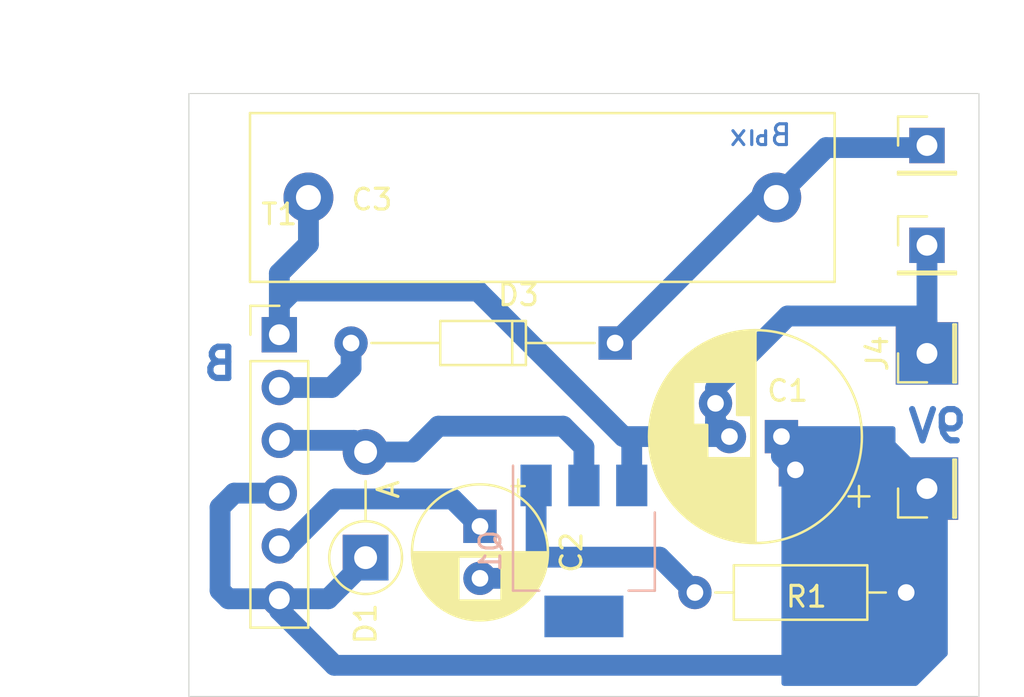
<source format=kicad_pcb>
(kicad_pcb (version 20211014) (generator pcbnew)
  (layers (0 "F.Cu" signal) (31 "B.Cu" signal) (34 "B.Paste" user) (35 "F.Paste" user) (36 "B.SilkS" user "B.Silkscreen") (37 "F.SilkS" user "F.Silkscreen") (38 "B.Mask" user) (39 "F.Mask" user) (44 "Edge.Cuts" user))
  (net 0 "")
  (net 1 "+9V")
  (net 2 "Earth")
  (net 3 "Net-(C2-Pad2)")
  (net 4 "Net-(C2-Pad1)")
  (net 5 "Net-(C3-Pad2)")
  (net 6 "Net-(D1-Pad2)")
  (net 7 "Net-(D3-Pad2)")
  (footprint "Capacitor_THT:CP_Radial_D10.0mm_P2.50mm_P5.00mm" (layer "F.Cu") (at 81.5 53.5 180)
    (fp_text reference "C1" (at -0.3 2.2) (layer "F.SilkS"))
    (fp_text value "200uf 10v")
    (fp_line (start 3.331 -4.639) (end 3.331 -1.04) (layer "F.SilkS") (width 0.12))
    (fp_line (start 1.81 1.04) (end 1.81 5.05) (layer "F.SilkS") (width 0.12))
    (fp_line (start 4.971 -3.478) (end 4.971 3.478) (layer "F.SilkS") (width 0.12))
    (fp_line (start 5.971 -1.944) (end 5.971 1.944) (layer "F.SilkS") (width 0.12))
    (fp_line (start 2.211 2.64) (end 2.211 4.99) (layer "F.SilkS") (width 0.12))
    (fp_line (start 6.011 -1.846) (end 6.011 1.846) (layer "F.SilkS") (width 0.12))
    (fp_line (start 3.571 -4.525) (end 3.571 0.56) (layer "F.SilkS") (width 0.12))
    (fp_line (start 4.811 -3.64) (end 4.811 3.64) (layer "F.SilkS") (width 0.12))
    (fp_line (start 2.211 -4.99) (end 2.211 -1.04) (layer "F.SilkS") (width 0.12))
    (fp_line (start 1.49 -5.075) (end 1.49 -1.04) (layer "F.SilkS") (width 0.12))
    (fp_line (start 2.571 -4.907) (end 2.571 -1.04) (layer "F.SilkS") (width 0.12))
    (fp_line (start 4.131 -4.194) (end 4.131 0.56) (layer "F.SilkS") (width 0.12))
    (fp_line (start 6.251 -1.062) (end 6.251 1.062) (layer "F.SilkS") (width 0.12))
    (fp_line (start 2.531 -4.918) (end 2.531 -1.04) (layer "F.SilkS") (width 0.12))
    (fp_line (start 3.771 -4.417) (end 3.771 0.56) (layer "F.SilkS") (width 0.12))
    (fp_line (start 5.131 -3.301) (end 5.131 3.301) (layer "F.SilkS") (width 0.12))
    (fp_line (start 2.611 -4.897) (end 2.611 -1.04) (layer "F.SilkS") (width 0.12))
    (fp_line (start 3.611 -4.504) (end 3.611 0.56) (layer "F.SilkS") (width 0.12))
    (fp_line (start 1.77 -5.054) (end 1.77 -1.04) (layer "F.SilkS") (width 0.12))
    (fp_line (start 2.411 -4.947) (end 2.411 -1.04) (layer "F.SilkS") (width 0.12))
    (fp_line (start 4.411 -3.989) (end 4.411 3.989) (layer "F.SilkS") (width 0.12))
    (fp_line (start 3.851 -4.371) (end 3.851 0.56) (layer "F.SilkS") (width 0.12))
    (fp_line (start 1.85 1.04) (end 1.85 5.045) (layer "F.SilkS") (width 0.12))
    (fp_line (start 6.091 -1.63) (end 6.091 1.63) (layer "F.SilkS") (width 0.12))
    (fp_line (start 2.051 1.04) (end 2.051 5.018) (layer "F.SilkS") (width 0.12))
    (fp_line (start 2.811 2.64) (end 2.811 4.837) (layer "F.SilkS") (width 0.12))
    (fp_line (start 5.811 -2.289) (end 5.811 2.289) (layer "F.SilkS") (width 0.12))
    (fp_line (start 5.691 -2.51) (end 5.691 2.51) (layer "F.SilkS") (width 0.12))
    (fp_line (start 6.051 -1.742) (end 6.051 1.742) (layer "F.SilkS") (width 0.12))
    (fp_line (start 2.131 -5.004) (end 2.131 -1.04) (layer "F.SilkS") (width 0.12))
    (fp_line (start 5.331 -3.054) (end 5.331 3.054) (layer "F.SilkS") (width 0.12))
    (fp_line (start 4.211 -4.138) (end 4.211 0.56) (layer "F.SilkS") (width 0.12))
    (fp_line (start 1.45 -5.077) (end 1.45 5.077) (layer "F.SilkS") (width 0.12))
    (fp_line (start 4.891 -3.561) (end 4.891 3.561) (layer "F.SilkS") (width 0.12))
    (fp_line (start 3.971 -4.298) (end 3.971 0.56) (layer "F.SilkS") (width 0.12))
    (fp_line (start 3.931 2.64) (end 3.931 4.323) (layer "F.SilkS") (width 0.12))
    (fp_line (start 2.531 2.64) (end 2.531 4.918) (layer "F.SilkS") (width 0.12))
    (fp_line (start 3.731 -4.44) (end 3.731 0.56) (layer "F.SilkS") (width 0.12))
    (fp_line (start 2.651 2.64) (end 2.651 4.885) (layer "F.SilkS") (width 0.12))
    (fp_line (start 5.851 -2.209) (end 5.851 2.209) (layer "F.SilkS") (width 0.12))
    (fp_line (start 2.651 -4.885) (end 2.651 -1.04) (layer "F.SilkS") (width 0.12))
    (fp_line (start 1.89 1.04) (end 1.89 5.04) (layer "F.SilkS") (width 0.12))
    (fp_line (start 1.53 1.04) (end 1.53 5.073) (layer "F.SilkS") (width 0.12))
    (fp_line (start 4.051 -4.247) (end 4.051 0.56) (layer "F.SilkS") (width 0.12))
    (fp_line (start 1.77 1.04) (end 1.77 5.054) (layer "F.SilkS") (width 0.12))
    (fp_line (start 3.211 -4.69) (end 3.211 -1.04) (layer "F.SilkS") (width 0.12))
    (fp_line (start 2.411 2.64) (end 2.411 4.947) (layer "F.SilkS") (width 0.12))
    (fp_line (start 1.53 -5.073) (end 1.53 -1.04) (layer "F.SilkS") (width 0.12))
    (fp_line (start 1.57 -5.07) (end 1.57 -1.04) (layer "F.SilkS") (width 0.12))
    (fp_line (start 6.211 -1.23) (end 6.211 1.23) (layer "F.SilkS") (width 0.12))
    (fp_line (start 3.451 -4.584) (end 3.451 -1.04) (layer "F.SilkS") (width 0.12))
    (fp_line (start 2.051 -5.018) (end 2.051 -1.04) (layer "F.SilkS") (width 0.12))
    (fp_line (start 3.171 -4.707) (end 3.171 -1.04) (layer "F.SilkS") (width 0.12))
    (fp_line (start 3.731 2.64) (end 3.731 4.44) (layer "F.SilkS") (width 0.12))
    (fp_line (start 3.331 2.64) (end 3.331 4.639) (layer "F.SilkS") (width 0.12))
    (fp_line (start 4.731 -3.716) (end 4.731 3.716) (layer "F.SilkS") (width 0.12))
    (fp_line (start 6.331 -0.599) (end 6.331 0.599) (layer "F.SilkS") (width 0.12))
    (fp_line (start 4.171 2.64) (end 4.171 4.166) (layer "F.SilkS") (width 0.12))
    (fp_line (start 3.251 -4.674) (end 3.251 -1.04) (layer "F.SilkS") (width 0.12))
    (fp_line (start 4.451 -3.957) (end 4.451 3.957) (layer "F.SilkS") (width 0.12))
    (fp_line (start 5.491 -2.83) (end 5.491 2.83) (layer "F.SilkS") (width 0.12))
    (fp_line (start 1.49 1.04) (end 1.49 5.075) (layer "F.SilkS") (width 0.12))
    (fp_line (start 2.891 2.64) (end 2.891 4.811) (layer "F.SilkS") (width 0.12))
    (fp_line (start 4.051 2.64) (end 4.051 4.247) (layer "F.SilkS") (width 0.12))
    (fp_line (start 4.651 -3.789) (end 4.651 3.789) (layer "F.SilkS") (width 0.12))
    (fp_line (start 5.091 -3.347) (end 5.091 3.347) (layer "F.SilkS") (width 0.12))
    (fp_line (start 2.331 2.64) (end 2.331 4.965) (layer "F.SilkS") (width 0.12))
    (fp_line (start 5.891 -2.125) (end 5.891 2.125) (layer "F.SilkS") (width 0.12))
    (fp_line (start 4.171 -4.166) (end 4.171 0.56) (layer "F.SilkS") (width 0.12))
    (fp_line (start 4.531 -3.892) (end 4.531 3.892) (layer "F.SilkS") (width 0.12))
    (fp_line (start 2.571 2.64) (end 2.571 4.907) (layer "F.SilkS") (width 0.12))
    (fp_line (start 5.011 -3.436) (end 5.011 3.436) (layer "F.SilkS") (width 0.12))
    (fp_line (start 2.931 -4.797) (end 2.931 -1.04) (layer "F.SilkS") (width 0.12))
    (fp_line (start 2.451 2.64) (end 2.451 4.938) (layer "F.SilkS") (width 0.12))
    (fp_line (start 3.851 2.64) (end 3.851 4.371) (layer "F.SilkS") (width 0.12))
    (fp_line (start 3.691 2.64) (end 3.691 4.462) (layer "F.SilkS") (width 0.12))
    (fp_line (start 2.091 1.04) (end 2.091 5.011) (layer "F.SilkS") (width 0.12))
    (fp_line (start 2.091 -5.011) (end 2.091 -1.04) (layer "F.SilkS") (width 0.12))
    (fp_line (start 2.691 -4.874) (end 2.691 -1.04) (layer "F.SilkS") (width 0.12))
    (fp_line (start 5.291 -3.106) (end 5.291 3.106) (layer "F.SilkS") (width 0.12))
    (fp_line (start 1.85 -5.045) (end 1.85 -1.04) (layer "F.SilkS") (width 0.12))
    (fp_line (start 3.571 2.64) (end 3.571 4.525) (layer "F.SilkS") (width 0.12))
    (fp_line (start 2.291 2.64) (end 2.291 4.974) (layer "F.SilkS") (width 0.12))
    (fp_line (start 2.851 2.64) (end 2.851 4.824) (layer "F.SilkS") (width 0.12))
    (fp_line (start 2.331 -4.965) (end 2.331 -1.04) (layer "F.SilkS") (width 0.12))
    (fp_line (start 3.211 2.64) (end 3.211 4.69) (layer "F.SilkS") (width 0.12))
    (fp_line (start 4.331 -4.05) (end 4.331 4.05) (layer "F.SilkS") (width 0.12))
    (fp_line (start 2.131 1.04) (end 2.131 5.004) (layer "F.SilkS") (width 0.12))
    (fp_line (start 5.611 -2.645) (end 5.611 2.645) (layer "F.SilkS") (width 0.12))
    (fp_line (start 3.051 2.64) (end 3.051 4.754) (layer "F.SilkS") (width 0.12))
    (fp_line (start 4.011 2.64) (end 4.011 4.273) (layer "F.SilkS") (width 0.12))
    (fp_line (start 5.211 -3.206) (end 5.211 3.206) (layer "F.SilkS") (width 0.12))
    (fp_line (start 1.69 1.04) (end 1.69 5.062) (layer "F.SilkS") (width 0.12))
    (fp_line (start 3.291 -4.657) (end 3.291 -1.04) (layer "F.SilkS") (width 0.12))
    (fp_line (start 3.651 2.64) (end 3.651 4.483) (layer "F.SilkS") (width 0.12))
    (fp_line (start 2.251 2.64) (end 2.251 4.982) (layer "F.SilkS") (width 0.12))
    (fp_line (start 4.851 -3.601) (end 4.851 3.601) (layer "F.SilkS") (width 0.12))
    (fp_line (start 4.571 -3.858) (end 4.571 3.858) (layer "F.SilkS") (width 0.12))
    (fp_line (start 3.651 -4.483) (end 3.651 0.56) (layer "F.SilkS") (width 0.12))
    (fp_line (start 4.131 2.64) (end 4.131 4.194) (layer "F.SilkS") (width 0.12))
    (fp_line (start 4.211 2.64) (end 4.211 4.138) (layer "F.SilkS") (width 0.12))
    (fp_line (start 3.131 -4.723) (end 3.131 -1.04) (layer "F.SilkS") (width 0.12))
    (fp_line (start 3.411 2.64) (end 3.411 4.603) (layer "F.SilkS") (width 0.12))
    (fp_line (start 3.971 2.64) (end 3.971 4.298) (layer "F.SilkS") (width 0.12))
    (fp_line (start -4.229646 -2.875) (end -3.229646 -2.875) (layer "F.SilkS") (width 0.12))
    (fp_line (start 4.091 -4.221) (end 4.091 0.56) (layer "F.SilkS") (width 0.12))
    (fp_line (start 3.811 -4.395) (end 3.811 0.56) (layer "F.SilkS") (width 0.12))
    (fp_line (start 5.771 -2.365) (end 5.771 2.365) (layer "F.SilkS") (width 0.12))
    (fp_line (start 3.771 2.64) (end 3.771 4.417) (layer "F.SilkS") (width 0.12))
    (fp_line (start 1.25 -5.08) (end 1.25 5.08) (layer "F.SilkS") (width 0.12))
    (fp_line (start 3.931 -4.323) (end 3.931 0.56) (layer "F.SilkS") (width 0.12))
    (fp_line (start 4.251 -4.11) (end 4.251 4.11) (layer "F.SilkS") (width 0.12))
    (fp_line (start 2.371 2.64) (end 2.371 4.956) (layer "F.SilkS") (width 0.12))
    (fp_line (start 2.811 -4.837) (end 2.811 -1.04) (layer "F.SilkS") (width 0.12))
    (fp_line (start 1.61 1.04) (end 1.61 5.068) (layer "F.SilkS") (width 0.12))
    (fp_line (start 5.731 -2.439) (end 5.731 2.439) (layer "F.SilkS") (width 0.12))
    (fp_line (start 2.491 2.64) (end 2.491 4.928) (layer "F.SilkS") (width 0.12))
    (fp_line (start 2.171 -4.997) (end 2.171 -1.04) (layer "F.SilkS") (width 0.12))
    (fp_line (start 2.611 2.64) (end 2.611 4.897) (layer "F.SilkS") (width 0.12))
    (fp_line (start 2.011 -5.024) (end 2.011 -1.04) (layer "F.SilkS") (width 0.12))
    (fp_line (start 4.611 -3.824) (end 4.611 3.824) (layer "F.SilkS") (width 0.12))
    (fp_line (start 4.291 -4.08) (end 4.291 4.08) (layer "F.SilkS") (width 0.12))
    (fp_line (start 1.73 1.04) (end 1.73 5.058) (layer "F.SilkS") (width 0.12))
    (fp_line (start 3.011 -4.768) (end 3.011 -1.04) (layer "F.SilkS") (width 0.12))
    (fp_line (start 3.371 -4.621) (end 3.371 -1.04) (layer "F.SilkS") (width 0.12))
    (fp_line (start 3.291 2.64) (end 3.291 4.657) (layer "F.SilkS") (width 0.12))
    (fp_line (start 3.371 2.64) (end 3.371 4.621) (layer "F.SilkS") (width 0.12))
    (fp_line (start 1.57 1.04) (end 1.57 5.07) (layer "F.SilkS") (width 0.12))
    (fp_line (start 5.371 -3) (end 5.371 3) (layer "F.SilkS") (width 0.12))
    (fp_line (start 1.65 1.04) (end 1.65 5.065) (layer "F.SilkS") (width 0.12))
    (fp_line (start 4.691 -3.753) (end 4.691 3.753) (layer "F.SilkS") (width 0.12))
    (fp_line (start 1.65 -5.065) (end 1.65 -1.04) (layer "F.SilkS") (width 0.12))
    (fp_line (start 3.051 -4.754) (end 3.051 -1.04) (layer "F.SilkS") (width 0.12))
    (fp_line (start 2.971 -4.783) (end 2.971 -1.04) (layer "F.SilkS") (width 0.12))
    (fp_line (start 3.411 -4.603) (end 3.411 -1.04) (layer "F.SilkS") (width 0.12))
    (fp_line (start -3.729646 -3.375) (end -3.729646 -2.375) (layer "F.SilkS") (width 0.12))
    (fp_line (start 3.491 -4.564) (end 3.491 -1.04) (layer "F.SilkS") (width 0.12))
    (fp_line (start 5.171 -3.254) (end 5.171 3.254) (layer "F.SilkS") (width 0.12))
    (fp_line (start 1.69 -5.062) (end 1.69 -1.04) (layer "F.SilkS") (width 0.12))
    (fp_line (start 3.011 2.64) (end 3.011 4.768) (layer "F.SilkS") (width 0.12))
    (fp_line (start 5.651 -2.579) (end 5.651 2.579) (layer "F.SilkS") (width 0.12))
    (fp_line (start 4.931 -3.52) (end 4.931 3.52) (layer "F.SilkS") (width 0.12))
    (fp_line (start 6.291 -0.862) (end 6.291 0.862) (layer "F.SilkS") (width 0.12))
    (fp_line (start 3.691 -4.462) (end 3.691 0.56) (layer "F.SilkS") (width 0.12))
    (fp_line (start 1.93 -5.035) (end 1.93 -1.04) (layer "F.SilkS") (width 0.12))
    (fp_line (start 4.371 -4.02) (end 4.371 4.02) (layer "F.SilkS") (width 0.12))
    (fp_line (start 2.771 2.64) (end 2.771 4.85) (layer "F.SilkS") (width 0.12))
    (fp_line (start 1.89 -5.04) (end 1.89 -1.04) (layer "F.SilkS") (width 0.12))
    (fp_line (start 3.891 2.64) (end 3.891 4.347) (layer "F.SilkS") (width 0.12))
    (fp_line (start 2.291 -4.974) (end 2.291 -1.04) (layer "F.SilkS") (width 0.12))
    (fp_line (start 1.81 -5.05) (end 1.81 -1.04) (layer "F.SilkS") (width 0.12))
    (fp_line (start 1.971 1.04) (end 1.971 5.03) (layer "F.SilkS") (width 0.12))
    (fp_line (start 2.851 -4.824) (end 2.851 -1.04) (layer "F.SilkS") (width 0.12))
    (fp_line (start 4.011 -4.273) (end 4.011 0.56) (layer "F.SilkS") (width 0.12))
    (fp_line (start 1.73 -5.058) (end 1.73 -1.04) (layer "F.SilkS") (width 0.12))
    (fp_line (start 3.171 2.64) (end 3.171 4.707) (layer "F.SilkS") (width 0.12))
    (fp_line (start 3.531 2.64) (end 3.531 4.545) (layer "F.SilkS") (width 0.12))
    (fp_line (start 3.131 2.64) (end 3.131 4.723) (layer "F.SilkS") (width 0.12))
    (fp_line (start 2.971 2.64) (end 2.971 4.783) (layer "F.SilkS") (width 0.12))
    (fp_line (start 3.251 2.64) (end 3.251 4.674) (layer "F.SilkS") (width 0.12))
    (fp_line (start 3.451 2.64) (end 3.451 4.584) (layer "F.SilkS") (width 0.12))
    (fp_line (start 3.091 -4.738) (end 3.091 -1.04) (layer "F.SilkS") (width 0.12))
    (fp_line (start 2.891 -4.811) (end 2.891 -1.04) (layer "F.SilkS") (width 0.12))
    (fp_line (start 4.491 -3.925) (end 4.491 3.925) (layer "F.SilkS") (width 0.12))
    (fp_line (start 5.451 -2.889) (end 5.451 2.889) (layer "F.SilkS") (width 0.12))
    (fp_line (start 3.891 -4.347) (end 3.891 0.56) (layer "F.SilkS") (width 0.12))
    (fp_line (start 3.611 2.64) (end 3.611 4.504) (layer "F.SilkS") (width 0.12))
    (fp_line (start 2.011 1.04) (end 2.011 5.024) (layer "F.SilkS") (width 0.12))
    (fp_line (start 5.411 -2.945) (end 5.411 2.945) (layer "F.SilkS") (width 0.12))
    (fp_line (start 2.371 -4.956) (end 2.371 -1.04) (layer "F.SilkS") (width 0.12))
    (fp_line (start 1.33 -5.08) (end 1.33 5.08) (layer "F.SilkS") (width 0.12))
    (fp_line (start 3.091 2.64) (end 3.091 4.738) (layer "F.SilkS") (width 0.12))
    (fp_line (start 1.61 -5.068) (end 1.61 -1.04) (layer "F.SilkS") (width 0.12))
    (fp_line (start 2.731 2.64) (end 2.731 4.862) (layer "F.SilkS") (width 0.12))
    (fp_line (start 1.971 -5.03) (end 1.971 -1.04) (layer "F.SilkS") (width 0.12))
    (fp_line (start 3.811 2.64) (end 3.811 4.395) (layer "F.SilkS") (width 0.12))
    (fp_line (start 1.41 -5.078) (end 1.41 5.078) (layer "F.SilkS") (width 0.12))
    (fp_line (start 5.931 -2.037) (end 5.931 2.037) (layer "F.SilkS") (width 0.12))
    (fp_line (start 1.29 -5.08) (end 1.29 5.08) (layer "F.SilkS") (width 0.12))
    (fp_line (start 6.131 -1.51) (end 6.131 1.51) (layer "F.SilkS") (width 0.12))
    (fp_line (start 5.251 -3.156) (end 5.251 3.156) (layer "F.SilkS") (width 0.12))
    (fp_line (start 4.771 -3.679) (end 4.771 3.679) (layer "F.SilkS") (width 0.12))
    (fp_line (start 5.531 -2.77) (end 5.531 2.77) (layer "F.SilkS") (width 0.12))
    (fp_line (start 4.091 2.64) (end 4.091 4.221) (layer "F.SilkS") (width 0.12))
    (fp_line (start 2.691 2.64) (end 2.691 4.874) (layer "F.SilkS") (width 0.12))
    (fp_line (start 3.531 -4.545) (end 3.531 -1.04) (layer "F.SilkS") (width 0.12))
    (fp_line (start 5.051 -3.392) (end 5.051 3.392) (layer "F.SilkS") (width 0.12))
    (fp_line (start 2.931 2.64) (end 2.931 4.797) (layer "F.SilkS") (width 0.12))
    (fp_line (start 6.171 -1.378) (end 6.171 1.378) (layer "F.SilkS") (width 0.12))
    (fp_line (start 2.251 -4.982) (end 2.251 -1.04) (layer "F.SilkS") (width 0.12))
    (fp_line (start 2.451 -4.938) (end 2.451 -1.04) (layer "F.SilkS") (width 0.12))
    (fp_line (start 1.37 -5.079) (end 1.37 5.079) (layer "F.SilkS") (width 0.12))
    (fp_line (start 1.93 1.04) (end 1.93 5.035) (layer "F.SilkS") (width 0.12))
    (fp_line (start 2.731 -4.862) (end 2.731 -1.04) (layer "F.SilkS") (width 0.12))
    (fp_line (start 5.571 -2.709) (end 5.571 2.709) (layer "F.SilkS") (width 0.12))
    (fp_line (start 3.491 2.64) (end 3.491 4.564) (layer "F.SilkS") (width 0.12))
    (fp_line (start 2.171 2.64) (end 2.171 4.997) (layer "F.SilkS") (width 0.12))
    (fp_line (start 2.771 -4.85) (end 2.771 -1.04) (layer "F.SilkS") (width 0.12))
    (fp_line (start 2.491 -4.928) (end 2.491 -1.04) (layer "F.SilkS") (width 0.12))
    (fp_circle (center 1.25 0) (end 6.37 0) (layer "F.SilkS") (width 0.12) (fill none))
    (pad "1" thru_hole rect locked (at -0.670937 -1.6 180) (size 1.6 1.6) (drill 0.8) (layers *.Cu *.Mask) (net 1 "+9V"))
    (pad "1" thru_hole rect locked (at 0 0 180) (size 1.6 1.6) (drill 0.8) (layers *.Cu *.Mask) (net 1 "+9V"))
    (pad "2" thru_hole circle locked (at 2.5 0 180) (size 1.6 1.6) (drill 0.8) (layers *.Cu *.Mask) (net 2 "Earth"))
    (pad "2" thru_hole circle locked (at 3.170937 1.6 180) (size 1.6 1.6) (drill 0.8) (layers *.Cu *.Mask) (net 2 "Earth"))
  )
  (footprint "Capacitor_THT:CP_Radial_D6.3mm_P2.50mm" (layer "F.Cu") (at 67 57.817621 -90)
    (fp_text reference "C2" (at 1.25 -4.4 -90) (layer "F.SilkS"))
    (fp_text value "3.3uf 15v")
    (fp_line (start 3.531 -2.305) (end 3.531 -1.04) (layer "F.SilkS") (width 0.12))
    (fp_line (start 2.611 -2.934) (end 2.611 -1.04) (layer "F.SilkS") (width 0.12))
    (fp_line (start 2.451 -3.002) (end 2.451 -1.04) (layer "F.SilkS") (width 0.12))
    (fp_line (start 2.851 1.04) (end 2.851 2.812) (layer "F.SilkS") (width 0.12))
    (fp_line (start 1.85 1.04) (end 1.85 3.175) (layer "F.SilkS") (width 0.12))
    (fp_line (start 1.33 -3.23) (end 1.33 3.23) (layer "F.SilkS") (width 0.12))
    (fp_line (start 1.53 1.04) (end 1.53 3.218) (layer "F.SilkS") (width 0.12))
    (fp_line (start 1.37 -3.228) (end 1.37 3.228) (layer "F.SilkS") (width 0.12))
    (fp_line (start 3.331 -2.484) (end 3.331 -1.04) (layer "F.SilkS") (width 0.12))
    (fp_line (start 3.851 -1.944) (end 3.851 1.944) (layer "F.SilkS") (width 0.12))
    (fp_line (start 2.531 -2.97) (end 2.531 -1.04) (layer "F.SilkS") (width 0.12))
    (fp_line (start 3.291 1.04) (end 3.291 2.516) (layer "F.SilkS") (width 0.12))
    (fp_line (start 1.49 1.04) (end 1.49 3.222) (layer "F.SilkS") (width 0.12))
    (fp_line (start 2.251 1.04) (end 2.251 3.074) (layer "F.SilkS") (width 0.12))
    (fp_line (start 4.251 -1.262) (end 4.251 1.262) (layer "F.SilkS") (width 0.12))
    (fp_line (start 4.211 -1.35) (end 4.211 1.35) (layer "F.SilkS") (width 0.12))
    (fp_line (start 4.291 -1.165) (end 4.291 1.165) (layer "F.SilkS") (width 0.12))
    (fp_line (start 2.291 1.04) (end 2.291 3.061) (layer "F.SilkS") (width 0.12))
    (fp_line (start 1.81 1.04) (end 1.81 3.182) (layer "F.SilkS") (width 0.12))
    (fp_line (start 3.291 -2.516) (end 3.291 -1.04) (layer "F.SilkS") (width 0.12))
    (fp_line (start 3.771 -2.044) (end 3.771 2.044) (layer "F.SilkS") (width 0.12))
    (fp_line (start 1.89 -3.167) (end 1.89 -1.04) (layer "F.SilkS") (width 0.12))
    (fp_line (start 2.531 1.04) (end 2.531 2.97) (layer "F.SilkS") (width 0.12))
    (fp_line (start 4.371 -0.94) (end 4.371 0.94) (layer "F.SilkS") (width 0.12))
    (fp_line (start 2.651 1.04) (end 2.651 2.916) (layer "F.SilkS") (width 0.12))
    (fp_line (start 2.411 1.04) (end 2.411 3.018) (layer "F.SilkS") (width 0.12))
    (fp_line (start 2.131 -3.11) (end 2.131 -1.04) (layer "F.SilkS") (width 0.12))
    (fp_line (start 2.371 1.04) (end 2.371 3.033) (layer "F.SilkS") (width 0.12))
    (fp_line (start 2.891 -2.79) (end 2.891 -1.04) (layer "F.SilkS") (width 0.12))
    (fp_line (start 1.53 -3.218) (end 1.53 -1.04) (layer "F.SilkS") (width 0.12))
    (fp_line (start 1.41 -3.227) (end 1.41 3.227) (layer "F.SilkS") (width 0.12))
    (fp_line (start 3.491 -2.343) (end 3.491 -1.04) (layer "F.SilkS") (width 0.12))
    (fp_line (start 3.971 -1.776) (end 3.971 1.776) (layer "F.SilkS") (width 0.12))
    (fp_line (start 1.61 1.04) (end 1.61 3.211) (layer "F.SilkS") (width 0.12))
    (fp_line (start 3.451 -2.38) (end 3.451 -1.04) (layer "F.SilkS") (width 0.12))
    (fp_line (start 3.731 -2.092) (end 3.731 2.092) (layer "F.SilkS") (width 0.12))
    (fp_line (start 4.051 -1.65) (end 4.051 1.65) (layer "F.SilkS") (width 0.12))
    (fp_line (start 4.091 -1.581) (end 4.091 1.581) (layer "F.SilkS") (width 0.12))
    (fp_line (start 1.77 1.04) (end 1.77 3.189) (layer "F.SilkS") (width 0.12))
    (fp_line (start 3.051 -2.69) (end 3.051 -1.04) (layer "F.SilkS") (width 0.12))
    (fp_line (start 2.371 -3.033) (end 2.371 -1.04) (layer "F.SilkS") (width 0.12))
    (fp_line (start 3.371 -2.45) (end 3.371 -1.04) (layer "F.SilkS") (width 0.12))
    (fp_line (start 1.57 -3.215) (end 1.57 -1.04) (layer "F.SilkS") (width 0.12))
    (fp_line (start 1.25 -3.23) (end 1.25 3.23) (layer "F.SilkS") (width 0.12))
    (fp_line (start 3.411 -2.416) (end 3.411 -1.04) (layer "F.SilkS") (width 0.12))
    (fp_line (start 3.531 1.04) (end 3.531 2.305) (layer "F.SilkS") (width 0.12))
    (fp_line (start 4.451 -0.633) (end 4.451 0.633) (layer "F.SilkS") (width 0.12))
    (fp_line (start 2.971 -2.742) (end 2.971 -1.04) (layer "F.SilkS") (width 0.12))
    (fp_line (start 1.65 -3.206) (end 1.65 -1.04) (layer "F.SilkS") (width 0.12))
    (fp_line (start 4.171 -1.432) (end 4.171 1.432) (layer "F.SilkS") (width 0.12))
    (fp_line (start 2.211 -3.086) (end 2.211 -1.04) (layer "F.SilkS") (width 0.12))
    (fp_line (start 2.731 1.04) (end 2.731 2.876) (layer "F.SilkS") (width 0.12))
    (fp_line (start 1.971 1.04) (end 1.971 3.15) (layer "F.SilkS") (width 0.12))
    (fp_line (start 3.651 -2.182) (end 3.651 2.182) (layer "F.SilkS") (width 0.12))
    (fp_line (start 2.051 -3.131) (end 2.051 -1.04) (layer "F.SilkS") (width 0.12))
    (fp_line (start 3.131 1.04) (end 3.131 2.636) (layer "F.SilkS") (width 0.12))
    (fp_line (start 3.051 1.04) (end 3.051 2.69) (layer "F.SilkS") (width 0.12))
    (fp_line (start 1.73 1.04) (end 1.73 3.195) (layer "F.SilkS") (width 0.12))
    (fp_line (start 2.091 1.04) (end 2.091 3.121) (layer "F.SilkS") (width 0.12))
    (fp_line (start 1.69 1.04) (end 1.69 3.201) (layer "F.SilkS") (width 0.12))
    (fp_line (start 3.891 -1.89) (end 3.891 1.89) (layer "F.SilkS") (width 0.12))
    (fp_line (start 4.491 -0.402) (end 4.491 0.402) (layer "F.SilkS") (width 0.12))
    (fp_line (start 2.291 -3.061) (end 2.291 -1.04) (layer "F.SilkS") (width 0.12))
    (fp_line (start 1.49 -3.222) (end 1.49 -1.04) (layer "F.SilkS") (width 0.12))
    (fp_line (start 3.091 -2.664) (end 3.091 -1.04) (layer "F.SilkS") (width 0.12))
    (fp_line (start 2.171 1.04) (end 2.171 3.098) (layer "F.SilkS") (width 0.12))
    (fp_line (start 4.411 -0.802) (end 4.411 0.802) (layer "F.SilkS") (width 0.12))
    (fp_line (start 1.971 -3.15) (end 1.971 -1.04) (layer "F.SilkS") (width 0.12))
    (fp_line (start 3.371 1.04) (end 3.371 2.45) (layer "F.SilkS") (width 0.12))
    (fp_line (start 2.491 1.04) (end 2.491 2.986) (layer "F.SilkS") (width 0.12))
    (fp_line (start 1.85 -3.175) (end 1.85 -1.04) (layer "F.SilkS") (width 0.12))
    (fp_line (start 1.69 -3.201) (end 1.69 -1.04) (layer "F.SilkS") (width 0.12))
    (fp_line (start 1.93 1.04) (end 1.93 3.159) (layer "F.SilkS") (width 0.12))
    (fp_line (start 3.571 -2.265) (end 3.571 2.265) (layer "F.SilkS") (width 0.12))
    (fp_line (start 2.691 1.04) (end 2.691 2.896) (layer "F.SilkS") (width 0.12))
    (fp_line (start 3.491 1.04) (end 3.491 2.343) (layer "F.SilkS") (width 0.12))
    (fp_line (start 3.251 1.04) (end 3.251 2.548) (layer "F.SilkS") (width 0.12))
    (fp_line (start 1.89 1.04) (end 1.89 3.167) (layer "F.SilkS") (width 0.12))
    (fp_line (start 3.611 -2.224) (end 3.611 2.224) (layer "F.SilkS") (width 0.12))
    (fp_line (start 3.411 1.04) (end 3.411 2.416) (layer "F.SilkS") (width 0.12))
    (fp_line (start 3.171 1.04) (end 3.171 2.607) (layer "F.SilkS") (width 0.12))
    (fp_line (start 2.571 1.04) (end 2.571 2.952) (layer "F.SilkS") (width 0.12))
    (fp_line (start 2.411 -3.018) (end 2.411 -1.04) (layer "F.SilkS") (width 0.12))
    (fp_line (start 2.571 -2.952) (end 2.571 -1.04) (layer "F.SilkS") (width 0.12))
    (fp_line (start 3.011 1.04) (end 3.011 2.716) (layer "F.SilkS") (width 0.12))
    (fp_line (start 1.65 1.04) (end 1.65 3.206) (layer "F.SilkS") (width 0.12))
    (fp_line (start 2.691 -2.896) (end 2.691 -1.04) (layer "F.SilkS") (width 0.12))
    (fp_line (start 2.211 1.04) (end 2.211 3.086) (layer "F.SilkS") (width 0.12))
    (fp_line (start 2.811 1.04) (end 2.811 2.834) (layer "F.SilkS") (width 0.12))
    (fp_line (start 2.931 1.04) (end 2.931 2.766) (layer "F.SilkS") (width 0.12))
    (fp_line (start 2.771 1.04) (end 2.771 2.856) (layer "F.SilkS") (width 0.12))
    (fp_line (start 2.451 1.04) (end 2.451 3.002) (layer "F.SilkS") (width 0.12))
    (fp_line (start 4.131 -1.509) (end 4.131 1.509) (layer "F.SilkS") (width 0.12))
    (fp_line (start 2.931 -2.766) (end 2.931 -1.04) (layer "F.SilkS") (width 0.12))
    (fp_line (start 1.93 -3.159) (end 1.93 -1.04) (layer "F.SilkS") (width 0.12))
    (fp_line (start 2.811 -2.834) (end 2.811 -1.04) (layer "F.SilkS") (width 0.12))
    (fp_line (start -1.935241 -2.154) (end -1.935241 -1.524) (layer "F.SilkS") (width 0.12))
    (fp_line (start 2.331 1.04) (end 2.331 3.047) (layer "F.SilkS") (width 0.12))
    (fp_line (start 2.491 -2.986) (end 2.491 -1.04) (layer "F.SilkS") (width 0.12))
    (fp_line (start 2.611 1.04) (end 2.611 2.934) (layer "F.SilkS") (width 0.12))
    (fp_line (start 3.131 -2.636) (end 3.131 -1.04) (layer "F.SilkS") (width 0.12))
    (fp_line (start 3.811 -1.995) (end 3.811 1.995) (layer "F.SilkS") (width 0.12))
    (fp_line (start -2.250241 -1.839) (end -1.620241 -1.839) (layer "F.SilkS") (width 0.12))
    (fp_line (start 3.451 1.04) (end 3.451 2.38) (layer "F.SilkS") (width 0.12))
    (fp_line (start 2.651 -2.916) (end 2.651 -1.04) (layer "F.SilkS") (width 0.12))
    (fp_line (start 2.771 -2.856) (end 2.771 -1.04) (layer "F.SilkS") (width 0.12))
    (fp_line (start 2.331 -3.047) (end 2.331 -1.04) (layer "F.SilkS") (width 0.12))
    (fp_line (start 2.051 1.04) (end 2.051 3.131) (layer "F.SilkS") (width 0.12))
    (fp_line (start 3.931 -1.834) (end 3.931 1.834) (layer "F.SilkS") (width 0.12))
    (fp_line (start 3.171 -2.607) (end 3.171 -1.04) (layer "F.SilkS") (width 0.12))
    (fp_line (start 3.251 -2.548) (end 3.251 -1.04) (layer "F.SilkS") (width 0.12))
    (fp_line (start 1.57 1.04) (end 1.57 3.215) (layer "F.SilkS") (width 0.12))
    (fp_line (start 3.331 1.04) (end 3.331 2.484) (layer "F.SilkS") (width 0.12))
    (fp_line (start 3.211 1.04) (end 3.211 2.578) (layer "F.SilkS") (width 0.12))
    (fp_line (start 2.891 1.04) (end 2.891 2.79) (layer "F.SilkS") (width 0.12))
    (fp_line (start 1.29 -3.23) (end 1.29 3.23) (layer "F.SilkS") (width 0.12))
    (fp_line (start 2.011 -3.141) (end 2.011 -1.04) (layer "F.SilkS") (width 0.12))
    (fp_line (start 2.971 1.04) (end 2.971 2.742) (layer "F.SilkS") (width 0.12))
    (fp_line (start 2.731 -2.876) (end 2.731 -1.04) (layer "F.SilkS") (width 0.12))
    (fp_line (start 4.011 -1.714) (end 4.011 1.714) (layer "F.SilkS") (width 0.12))
    (fp_line (start 3.211 -2.578) (end 3.211 -1.04) (layer "F.SilkS") (width 0.12))
    (fp_line (start 1.61 -3.211) (end 1.61 -1.04) (layer "F.SilkS") (width 0.12))
    (fp_line (start 2.851 -2.812) (end 2.851 -1.04) (layer "F.SilkS") (width 0.12))
    (fp_line (start 4.331 -1.059) (end 4.331 1.059) (layer "F.SilkS") (width 0.12))
    (fp_line (start 1.77 -3.189) (end 1.77 -1.04) (layer "F.SilkS") (width 0.12))
    (fp_line (start 2.091 -3.121) (end 2.091 -1.04) (layer "F.SilkS") (width 0.12))
    (fp_line (start 2.131 1.04) (end 2.131 3.11) (layer "F.SilkS") (width 0.12))
    (fp_line (start 2.171 -3.098) (end 2.171 -1.04) (layer "F.SilkS") (width 0.12))
    (fp_line (start 1.81 -3.182) (end 1.81 -1.04) (layer "F.SilkS") (width 0.12))
    (fp_line (start 1.45 -3.224) (end 1.45 3.224) (layer "F.SilkS") (width 0.12))
    (fp_line (start 2.251 -3.074) (end 2.251 -1.04) (layer "F.SilkS") (width 0.12))
    (fp_line (start 1.73 -3.195) (end 1.73 -1.04) (layer "F.SilkS") (width 0.12))
    (fp_line (start 2.011 1.04) (end 2.011 3.141) (layer "F.SilkS") (width 0.12))
    (fp_line (start 3.691 -2.137) (end 3.691 2.137) (layer "F.SilkS") (width 0.12))
    (fp_line (start 3.011 -2.716) (end 3.011 -1.04) (layer "F.SilkS") (width 0.12))
    (fp_line (start 3.091 1.04) (end 3.091 2.664) (layer "F.SilkS") (width 0.12))
    (fp_circle (center 1.25 0) (end 4.52 0) (layer "F.SilkS") (width 0.12) (fill none))
    (pad "1" thru_hole rect locked (at 0 0 270) (size 1.6 1.6) (drill 0.8) (layers *.Cu *.Mask) (net 4 "Net-(C2-Pad1)"))
    (pad "2" thru_hole circle locked (at 2.5 0 270) (size 1.6 1.6) (drill 0.8) (layers *.Cu *.Mask) (net 3 "Net-(C2-Pad2)"))
  )
  (footprint "Capacitors_THT:C_Rect_L28.0mm_W8.0mm_P22.50mm_MKS4" (layer "F.Cu") (at 58.75 42)
    (fp_text reference "C3" (at 3.05 0.1) (layer "F.SilkS"))
    (fp_text value "C")
    (fp_line (start -2.81 4.06) (end 25.31 4.06) (layer "F.SilkS") (width 0.12))
    (fp_line (start -2.81 -4.06) (end 25.31 -4.06) (layer "F.SilkS") (width 0.12))
    (fp_line (start -2.81 -4.06) (end -2.81 4.06) (layer "F.SilkS") (width 0.12))
    (fp_line (start 25.31 -4.06) (end 25.31 4.06) (layer "F.SilkS") (width 0.12))
    (pad "1" thru_hole circle locked (at 0 0) (size 2.4 2.4) (drill 1.2) (layers *.Cu *.Mask) (net 2 "Earth"))
    (pad "2" thru_hole circle locked (at 22.5 0) (size 2.4 2.4) (drill 1.2) (layers *.Cu *.Mask) (net 5 "Net-(C3-Pad2)"))
  )
  (footprint "Diode_THT:D_DO-41_SOD81_P5.08mm_Vertical_AnodeUp" (layer "F.Cu") (at 61.5 59.322182 90)
    (fp_text reference "D1" (at -3.177818 0 90) (layer "F.SilkS"))
    (fp_text value "кд510а")
    (fp_text user "A" (at 3.28 1.1 90) (layer "F.SilkS"))
    (fp_line (start 1.750635 0) (end 3.68 0) (layer "F.SilkS") (width 0.12))
    (fp_circle (center 0 0) (end 1.750635 0) (layer "F.SilkS") (width 0.12) (fill none))
    (pad "1" thru_hole rect locked (at 0 0 90) (size 2.2 2.2) (drill 1.1) (layers *.Cu *.Mask) (net 1 "+9V"))
    (pad "2" thru_hole oval locked (at 5.08 0 90) (size 2.2 2.2) (drill 1.1) (layers *.Cu *.Mask) (net 6 "Net-(D1-Pad2)"))
  )
  (footprint "Diodes_THT:D_DO-35_SOD27_P12.70mm_Horizontal" (layer "F.Cu") (at 73.5 49 180)
    (fp_text reference "D3" (at 4.65 2.3) (layer "F.SilkS"))
    (fp_text value "D")
    (fp_line (start 8.41 -1.06) (end 4.29 -1.06) (layer "F.SilkS") (width 0.12))
    (fp_line (start 0.98 0) (end 4.29 0) (layer "F.SilkS") (width 0.12))
    (fp_line (start 4.29 1.06) (end 8.41 1.06) (layer "F.SilkS") (width 0.12))
    (fp_line (start 4.29 -1.06) (end 4.29 1.06) (layer "F.SilkS") (width 0.12))
    (fp_line (start 8.41 1.06) (end 8.41 -1.06) (layer "F.SilkS") (width 0.12))
    (fp_line (start 11.72 0) (end 8.41 0) (layer "F.SilkS") (width 0.12))
    (fp_line (start 4.95 -1.06) (end 4.95 1.06) (layer "F.SilkS") (width 0.12))
    (pad "1" thru_hole rect locked (at 0 0 180) (size 1.6 1.6) (drill 0.8) (layers *.Cu *.Mask) (net 5 "Net-(C3-Pad2)"))
    (pad "2" thru_hole oval locked (at 12.7 0 180) (size 1.6 1.6) (drill 0.8) (layers *.Cu *.Mask) (net 7 "Net-(D3-Pad2)"))
  )
  (footprint "Resistors_THT:R_Axial_DIN0207_L6.3mm_D2.5mm_P10.16mm_Horizontal" (layer "F.Cu") (at 87.5 61 180)
    (fp_text reference "R1" (at 4.8 -0.2) (layer "F.SilkS"))
    (fp_text value "39k")
    (fp_line (start 0.98 0) (end 1.87 0) (layer "F.SilkS") (width 0.12))
    (fp_line (start 1.87 -1.31) (end 1.87 1.31) (layer "F.SilkS") (width 0.12))
    (fp_line (start 8.29 -1.31) (end 1.87 -1.31) (layer "F.SilkS") (width 0.12))
    (fp_line (start 8.29 1.31) (end 8.29 -1.31) (layer "F.SilkS") (width 0.12))
    (fp_line (start 9.18 0) (end 8.29 0) (layer "F.SilkS") (width 0.12))
    (fp_line (start 1.87 1.31) (end 8.29 1.31) (layer "F.SilkS") (width 0.12))
    (pad "1" thru_hole circle locked (at 0 0 180) (size 1.6 1.6) (drill 0.8) (layers *.Cu *.Mask) (net 1 "+9V"))
    (pad "2" thru_hole oval locked (at 10.16 0 180) (size 1.6 1.6) (drill 0.8) (layers *.Cu *.Mask) (net 3 "Net-(C2-Pad2)"))
  )
  (footprint "Pin_Headers:Pin_Header_Straight_1x01_Pitch2.54mm" (layer "F.Cu") (at 88.5 49.5 90)
    (fp_text reference "J4" (at 0 -2.39 90) (layer "F.SilkS"))
    (fp_text value "Conn_01x01")
    (fp_line (start -1.39 0) (end -1.39 -1.39) (layer "F.SilkS") (width 0.12))
    (fp_line (start 1.39 1.27) (end -1.39 1.27) (layer "F.SilkS") (width 0.12))
    (fp_line (start -1.39 1.39) (end 1.39 1.39) (layer "F.SilkS") (width 0.12))
    (fp_line (start -1.39 -1.39) (end 0 -1.39) (layer "F.SilkS") (width 0.12))
    (fp_line (start 1.39 1.39) (end 1.39 1.27) (layer "F.SilkS") (width 0.12))
    (fp_line (start -1.39 1.27) (end -1.39 1.39) (layer "F.SilkS") (width 0.12))
    (pad "1" thru_hole rect locked (at 0 0 90) (size 3 3) (drill 1) (layers *.Cu *.Mask) (net 2 "Earth"))
  )
  (footprint "Pin_Headers:Pin_Header_Straight_1x01_Pitch2.54mm" (layer "F.Cu") (at 88.5 56 90)
    (fp_text reference "J3" hide)
    (fp_text value "Conn_01x01")
    (fp_line (start -1.39 1.39) (end 1.39 1.39) (layer "F.SilkS") (width 0.12))
    (fp_line (start 1.39 1.39) (end 1.39 1.27) (layer "F.SilkS") (width 0.12))
    (fp_line (start -1.39 0) (end -1.39 -1.39) (layer "F.SilkS") (width 0.12))
    (fp_line (start -1.39 -1.39) (end 0 -1.39) (layer "F.SilkS") (width 0.12))
    (fp_line (start 1.39 1.27) (end -1.39 1.27) (layer "F.SilkS") (width 0.12))
    (fp_line (start -1.39 1.27) (end -1.39 1.39) (layer "F.SilkS") (width 0.12))
    (pad "1" thru_hole rect locked (at 0 0 90) (size 3 3) (drill 1) (layers *.Cu *.Mask) (net 1 "+9V"))
  )
  (footprint "Pin_Headers:Pin_Header_Straight_1x01_Pitch2.54mm" (layer "F.Cu") (at 88.5 44.3)
    (fp_text reference "J2" hide)
    (fp_text value "Conn_01x01")
    (fp_line (start -1.39 -1.39) (end 0 -1.39) (layer "F.SilkS") (width 0.12))
    (fp_line (start -1.39 1.27) (end -1.39 1.39) (layer "F.SilkS") (width 0.12))
    (fp_line (start 1.39 1.27) (end -1.39 1.27) (layer "F.SilkS") (width 0.12))
    (fp_line (start -1.39 1.39) (end 1.39 1.39) (layer "F.SilkS") (width 0.12))
    (fp_line (start 1.39 1.39) (end 1.39 1.27) (layer "F.SilkS") (width 0.12))
    (fp_line (start -1.39 0) (end -1.39 -1.39) (layer "F.SilkS") (width 0.12))
    (pad "1" thru_hole rect locked (at 0 0) (size 1.7 1.7) (drill 1) (layers *.Cu *.Mask) (net 2 "Earth"))
  )
  (footprint "Pin_Headers:Pin_Header_Straight_1x06_Pitch2.54mm" (layer "F.Cu") (at 57.35 48.6)
    (fp_text reference "T1" (at 0 -5.79) (layer "F.SilkS"))
    (fp_text value "Transformer_1P_2S")
    (fp_line (start -1.39 1.27) (end -1.39 14.09) (layer "F.SilkS") (width 0.12))
    (fp_line (start -1.39 -1.39) (end 0 -1.39) (layer "F.SilkS") (width 0.12))
    (fp_line (start 1.39 1.27) (end -1.39 1.27) (layer "F.SilkS") (width 0.12))
    (fp_line (start 1.39 14.09) (end 1.39 1.27) (layer "F.SilkS") (width 0.12))
    (fp_line (start -1.39 14.09) (end 1.39 14.09) (layer "F.SilkS") (width 0.12))
    (fp_line (start -1.39 0) (end -1.39 -1.39) (layer "F.SilkS") (width 0.12))
    (pad "1" thru_hole rect locked (at 0 0) (size 1.7 1.7) (drill 1) (layers *.Cu *.Mask) (net 2 "Earth"))
    (pad "2" thru_hole oval locked (at 0 2.54) (size 1.7 1.7) (drill 1) (layers *.Cu *.Mask) (net 7 "Net-(D3-Pad2)"))
    (pad "3" thru_hole oval locked (at 0 5.08) (size 1.7 1.7) (drill 1) (layers *.Cu *.Mask) (net 6 "Net-(D1-Pad2)"))
    (pad "4" thru_hole oval locked (at 0 7.62) (size 1.7 1.7) (drill 1) (layers *.Cu *.Mask) (net 1 "+9V"))
    (pad "5" thru_hole oval locked (at 0 10.16) (size 1.7 1.7) (drill 1) (layers *.Cu *.Mask) (net 4 "Net-(C2-Pad1)"))
    (pad "6" thru_hole oval locked (at 0 12.7) (size 1.7 1.7) (drill 1) (layers *.Cu *.Mask) (net 1 "+9V"))
  )
  (footprint "Pin_Headers:Pin_Header_Straight_1x01_Pitch2.54mm" (layer "F.Cu") (at 88.5 39.5)
    (fp_text reference "J1" hide)
    (fp_text value "Conn_01x01")
    (fp_line (start 1.39 1.27) (end -1.39 1.27) (layer "F.SilkS") (width 0.12))
    (fp_line (start -1.39 1.39) (end 1.39 1.39) (layer "F.SilkS") (width 0.12))
    (fp_line (start 1.39 1.39) (end 1.39 1.27) (layer "F.SilkS") (width 0.12))
    (fp_line (start -1.39 0) (end -1.39 -1.39) (layer "F.SilkS") (width 0.12))
    (fp_line (start -1.39 -1.39) (end 0 -1.39) (layer "F.SilkS") (width 0.12))
    (fp_line (start -1.39 1.27) (end -1.39 1.39) (layer "F.SilkS") (width 0.12))
    (pad "1" thru_hole rect locked (at 0 0) (size 1.7 1.7) (drill 1) (layers *.Cu *.Mask) (net 5 "Net-(C3-Pad2)"))
  )
  (footprint "Package_TO_SOT_SMD:SOT-223-3_TabPin2" (layer "B.Cu") (at 72 59 -90)
    (fp_text reference "Q1" (at 0 4.5 90) (layer "B.SilkS") (effects (justify mirror)))
    (fp_text value "Q_NPN_BCE")
    (fp_line (start 1.91 -3.41) (end 1.91 -2.15) (layer "B.SilkS") (width 0.12))
    (fp_line (start -4.1 3.41) (end 1.91 3.41) (layer "B.SilkS") (width 0.12))
    (fp_line (start 1.91 3.41) (end 1.91 2.15) (layer "B.SilkS") (width 0.12))
    (fp_line (start -1.85 -3.41) (end 1.91 -3.41) (layer "B.SilkS") (width 0.12))
    (pad "1" smd rect locked (at -3.15 2.3 270) (size 2 1.5) (layers "B.Cu" "B.Paste" "B.Mask") (net 3 "Net-(C2-Pad2)"))
    (pad "2" smd rect locked (at -3.15 0 270) (size 2 1.5) (layers "B.Cu" "B.Paste" "B.Mask") (net 6 "Net-(D1-Pad2)"))
    (pad "2" smd rect locked (at 3.15 0 270) (size 2 3.8) (layers "B.Cu" "B.Paste" "B.Mask") (net 6 "Net-(D1-Pad2)"))
    (pad "3" smd rect locked (at -3.15 -2.3 270) (size 2 1.5) (layers "B.Cu" "B.Paste" "B.Mask") (net 2 "Earth"))
  )
  (gr_line (start 91 37) (end 91 66) (layer "Edge.Cuts") (width 0.05))
  (gr_line (start 53 37) (end 91 37) (layer "Edge.Cuts") (width 0.05))
  (gr_line (start 91 66) (end 53 66) (layer "Edge.Cuts") (width 0.05))
  (gr_line (start 53 66) (end 53 37) (layer "Edge.Cuts") (width 0.05))
  (gr_text "Вых" (at 80.5 39) (layer "B.Cu") (effects (font (size 1 1)) (justify mirror)))
  (gr_text "9V" (at 89 53) (layer "B.Cu") (effects (font (size 1.5 1.5) (thickness 0.3)) (justify mirror)))
  (gr_text "В" (at 54.5 50) (layer "B.Cu") (effects (font (size 1.5 1.5) (thickness 0.3)) (justify mirror)))
  (segment (start 88.5 56) (end 86.3 53.8) (width 1) (layer "B.Cu") (net 1))
  (segment (start 60 64.5) (end 87.4 64.5) (width 1) (layer "B.Cu") (net 1))
  (segment (start 54.9 61.3) (end 57.35 61.3) (width 1) (layer "B.Cu") (net 1))
  (segment (start 57.35 61.3) (end 57.35 61.85) (width 1) (layer "B.Cu") (net 1))
  (segment (start 54.5 56.9) (end 54.5 60.9) (width 1) (layer "B.Cu") (net 1))
  (segment (start 83.470937 53.8) (end 82.170937 55.1) (width 1) (layer "B.Cu") (net 1))
  (segment (start 81.5 53.5) (end 81.5 54.429063) (width 1) (layer "B.Cu") (net 1))
  (segment (start 87.4 64.5) (end 87.5 64.4) (width 1) (layer "B.Cu") (net 1))
  (segment (start 87.5 64.4) (end 87.5 61) (width 1) (layer "B.Cu") (net 1))
  (segment (start 54.5 60.9) (end 54.9 61.3) (width 1) (layer "B.Cu") (net 1))
  (segment (start 59.7 61.3) (end 57.35 61.3) (width 1) (layer "B.Cu") (net 1))
  (segment (start 57.35 61.85) (end 60 64.5) (width 1) (layer "B.Cu") (net 1))
  (segment (start 81.5 54.429063) (end 82.170937 55.1) (width 1) (layer "B.Cu") (net 1))
  (segment (start 88.5 56) (end 88.5 60) (width 1) (layer "B.Cu") (net 1))
  (segment (start 57.35 56.22) (end 55.18 56.22) (width 1) (layer "B.Cu") (net 1))
  (segment (start 61.5 59.5) (end 59.7 61.3) (width 1) (layer "B.Cu") (net 1))
  (segment (start 86.3 53.8) (end 83.470937 53.8) (width 1) (layer "B.Cu") (net 1))
  (segment (start 88.5 60) (end 87.5 61) (width 1) (layer "B.Cu") (net 1))
  (segment (start 55.18 56.22) (end 54.5 56.9) (width 1) (layer "B.Cu") (net 1))
  (segment (start 61.5 59.322182) (end 61.5 59.5) (width 1) (layer "B.Cu") (net 1))
  (segment (start 73.9 53.5) (end 66.9 46.5) (width 1) (layer "B.Cu") (net 2))
  (segment (start 78.329063 51.9) (end 78.329063 51.170937) (width 1) (layer "B.Cu") (net 2))
  (segment (start 78.329063 52.829063) (end 79 53.5) (width 1) (layer "B.Cu") (net 2))
  (segment (start 74 53.5) (end 73.9 53.5) (width 1) (layer "B.Cu") (net 2))
  (segment (start 88.2 47.7) (end 88.5 48) (width 1) (layer "B.Cu") (net 2))
  (segment (start 74.3 53.8) (end 74 53.5) (width 1) (layer "B.Cu") (net 2))
  (segment (start 66.9 46.5) (end 58 46.5) (width 1) (layer "B.Cu") (net 2))
  (segment (start 58.75 44.25) (end 57.35 45.65) (width 1) (layer "B.Cu") (net 2))
  (segment (start 78.329063 51.170937) (end 81.8 47.7) (width 1) (layer "B.Cu") (net 2))
  (segment (start 57.35 47.15) (end 57.35 48.6) (width 1) (layer "B.Cu") (net 2))
  (segment (start 58 46.5) (end 57.35 47.15) (width 1) (layer "B.Cu") (net 2))
  (segment (start 88.5 49.5) (end 88.5 48) (width 1) (layer "B.Cu") (net 2))
  (segment (start 79 53.5) (end 74 53.5) (width 1) (layer "B.Cu") (net 2))
  (segment (start 81.8 47.7) (end 88.2 47.7) (width 1) (layer "B.Cu") (net 2))
  (segment (start 57.35 45.65) (end 57.35 48.6) (width 1) (layer "B.Cu") (net 2))
  (segment (start 78.329063 51.9) (end 78.329063 52.829063) (width 1) (layer "B.Cu") (net 2))
  (segment (start 74.3 55.85) (end 74.3 53.8) (width 1) (layer "B.Cu") (net 2))
  (segment (start 58.75 42) (end 58.75 44.25) (width 1) (layer "B.Cu") (net 2))
  (segment (start 88.5 48) (end 88.5 44.3) (width 1) (layer "B.Cu") (net 2))
  (segment (start 67 60.317621) (end 68.682379 60.317621) (width 1) (layer "B.Cu") (net 3))
  (segment (start 69.7 59.3) (end 69.7 55.85) (width 1) (layer "B.Cu") (net 3))
  (segment (start 75.64 59.3) (end 77.34 61) (width 1) (layer "B.Cu") (net 3))
  (segment (start 68.682379 60.317621) (end 69.7 59.3) (width 1) (layer "B.Cu") (net 3))
  (segment (start 69.7 59.3) (end 75.64 59.3) (width 1) (layer "B.Cu") (net 3))
  (segment (start 60.055 56.5) (end 57.795 58.76) (width 1) (layer "B.Cu") (net 4))
  (segment (start 67 57.817621) (end 65.682379 56.5) (width 1) (layer "B.Cu") (net 4))
  (segment (start 57.795 58.76) (end 57.35 58.76) (width 1) (layer "B.Cu") (net 4))
  (segment (start 65.682379 56.5) (end 60.055 56.5) (width 1) (layer "B.Cu") (net 4))
  (segment (start 81.25 42) (end 83.65 39.6) (width 1) (layer "B.Cu") (net 5))
  (segment (start 81.25 42) (end 80.5 42) (width 1) (layer "B.Cu") (net 5))
  (segment (start 80.5 42) (end 73.5 49) (width 1) (layer "B.Cu") (net 5))
  (segment (start 88.4 39.6) (end 88.5 39.5) (width 1) (layer "B.Cu") (net 5))
  (segment (start 83.65 39.6) (end 88.4 39.6) (width 1) (layer "B.Cu") (net 5))
  (segment (start 63.757818 54.242182) (end 65 53) (width 1) (layer "B.Cu") (net 6))
  (segment (start 57.35 53.68) (end 60.937818 53.68) (width 1) (layer "B.Cu") (net 6))
  (segment (start 65 53) (end 71 53) (width 1) (layer "B.Cu") (net 6))
  (segment (start 72 54) (end 72 55.85) (width 1) (layer "B.Cu") (net 6))
  (segment (start 71 53) (end 72 54) (width 1) (layer "B.Cu") (net 6))
  (segment (start 61.5 54.242182) (end 63.757818 54.242182) (width 1) (layer "B.Cu") (net 6))
  (segment (start 60.937818 53.68) (end 61.5 54.242182) (width 1) (layer "B.Cu") (net 6))
  (segment (start 59.86 51.14) (end 60.8 50.2) (width 1) (layer "B.Cu") (net 7))
  (segment (start 57.35 51.14) (end 59.86 51.14) (width 1) (layer "B.Cu") (net 7))
  (segment (start 60.8 50.2) (end 60.8 49) (width 1) (layer "B.Cu") (net 7))
  (segment (start 57.44 51.05) (end 57.35 51.14) (width 1) (layer "B.Cu") (net 7))
  (zone (net 1) (net_name "+9V") (layer "B.Cu") (connect_pads yes (clearance 0.508)) (min_thickness 0.254) (fill yes (thermal_gap 0.508) (thermal_bridge_width 0.508))
    (polygon (pts (xy 89.5 64) (xy 88 65.5) (xy 81.5 65.5) (xy 81.5 53) (xy 89.5 53)))
  )
)
</source>
